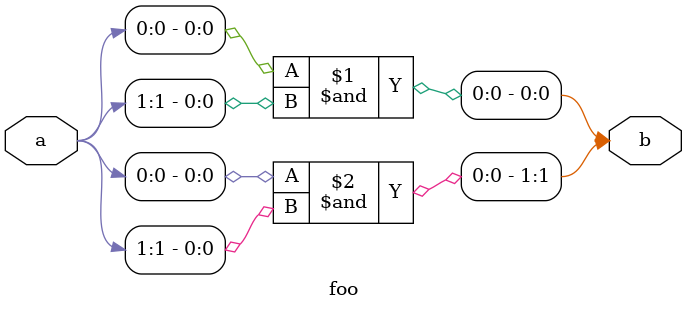
<source format=v>
module main(input wire [1:0] a, output wire [1:0] b);
   foo foo_0(a, b);
endmodule // main

module foo(input wire [1:0] a, output wire [1:0] b);
   assign b = {a[0] & a[1], a[0] & a[1]};
endmodule // foo

</source>
